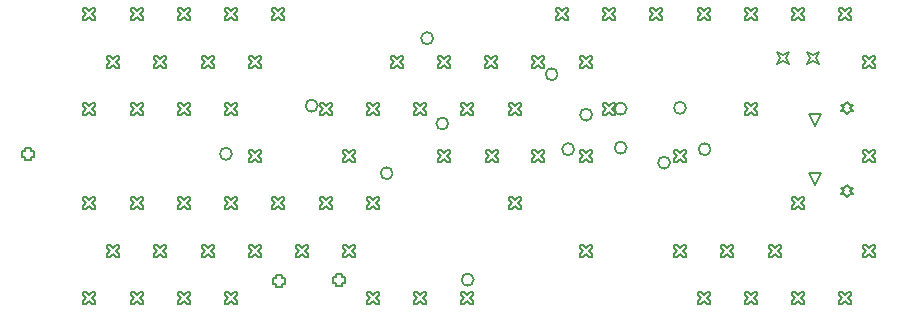
<source format=gbr>
G04*
G04 #@! TF.GenerationSoftware,Altium Limited,Altium Designer,24.6.1 (21)*
G04*
G04 Layer_Color=2752767*
%FSLAX25Y25*%
%MOIN*%
G70*
G04*
G04 #@! TF.SameCoordinates,070BA572-D09E-44C5-9521-77B36399D436*
G04*
G04*
G04 #@! TF.FilePolarity,Positive*
G04*
G01*
G75*
%ADD49C,0.00500*%
%ADD50C,0.00667*%
D49*
X651185Y403842D02*
X649185Y407842D01*
X653185D01*
X651185Y403842D01*
Y384157D02*
X649185Y388158D01*
X653185D01*
X651185Y384157D01*
X661815Y407780D02*
X662815Y408779D01*
X663815D01*
X662815Y409780D01*
X663815Y410779D01*
X662815D01*
X661815Y411779D01*
X660815Y410779D01*
X659815D01*
X660815Y409780D01*
X659815Y408779D01*
X660815D01*
X661815Y407780D01*
Y380221D02*
X662815Y381221D01*
X663815D01*
X662815Y382221D01*
X663815Y383221D01*
X662815D01*
X661815Y384221D01*
X660815Y383221D01*
X659815D01*
X660815Y382221D01*
X659815Y381221D01*
X660815D01*
X661815Y380221D01*
X638500Y424500D02*
X639500Y426500D01*
X638500Y428500D01*
X640500Y427500D01*
X642500Y428500D01*
X641500Y426500D01*
X642500Y424500D01*
X640500Y425500D01*
X638500Y424500D01*
X648500D02*
X649500Y426500D01*
X648500Y428500D01*
X650500Y427500D01*
X652500Y428500D01*
X651500Y426500D01*
X652500Y424500D01*
X650500Y425500D01*
X648500Y424500D01*
X643669Y375953D02*
X644669D01*
X645669Y376953D01*
X646669Y375953D01*
X647669D01*
Y376953D01*
X646669Y377953D01*
X647669Y378953D01*
Y379953D01*
X646669D01*
X645669Y378953D01*
X644669Y379953D01*
X643669D01*
Y378953D01*
X644669Y377953D01*
X643669Y376953D01*
Y375953D01*
X541672Y391701D02*
X542672D01*
X543672Y392701D01*
X544672Y391701D01*
X545672D01*
Y392701D01*
X544672Y393701D01*
X545672Y394701D01*
Y395701D01*
X544672D01*
X543672Y394701D01*
X542672Y395701D01*
X541672D01*
Y394701D01*
X542672Y393701D01*
X541672Y392701D01*
Y391701D01*
X659417Y438945D02*
X660417D01*
X661417Y439945D01*
X662417Y438945D01*
X663417D01*
Y439945D01*
X662417Y440945D01*
X663417Y441945D01*
Y442945D01*
X662417D01*
X661417Y441945D01*
X660417Y442945D01*
X659417D01*
Y441945D01*
X660417Y440945D01*
X659417Y439945D01*
Y438945D01*
X667291Y423197D02*
X668291D01*
X669291Y424197D01*
X670291Y423197D01*
X671291D01*
Y424197D01*
X670291Y425197D01*
X671291Y426197D01*
Y427197D01*
X670291D01*
X669291Y426197D01*
X668291Y427197D01*
X667291D01*
Y426197D01*
X668291Y425197D01*
X667291Y424197D01*
Y423197D01*
Y391701D02*
X668291D01*
X669291Y392701D01*
X670291Y391701D01*
X671291D01*
Y392701D01*
X670291Y393701D01*
X671291Y394701D01*
Y395701D01*
X670291D01*
X669291Y394701D01*
X668291Y395701D01*
X667291D01*
Y394701D01*
X668291Y393701D01*
X667291Y392701D01*
Y391701D01*
Y360205D02*
X668291D01*
X669291Y361205D01*
X670291Y360205D01*
X671291D01*
Y361205D01*
X670291Y362205D01*
X671291Y363205D01*
Y364205D01*
X670291D01*
X669291Y363205D01*
X668291Y364205D01*
X667291D01*
Y363205D01*
X668291Y362205D01*
X667291Y361205D01*
Y360205D01*
X659417Y344457D02*
X660417D01*
X661417Y345457D01*
X662417Y344457D01*
X663417D01*
Y345457D01*
X662417Y346457D01*
X663417Y347457D01*
Y348457D01*
X662417D01*
X661417Y347457D01*
X660417Y348457D01*
X659417D01*
Y347457D01*
X660417Y346457D01*
X659417Y345457D01*
Y344457D01*
X643669Y438945D02*
X644669D01*
X645669Y439945D01*
X646669Y438945D01*
X647669D01*
Y439945D01*
X646669Y440945D01*
X647669Y441945D01*
Y442945D01*
X646669D01*
X645669Y441945D01*
X644669Y442945D01*
X643669D01*
Y441945D01*
X644669Y440945D01*
X643669Y439945D01*
Y438945D01*
Y344457D02*
X644669D01*
X645669Y345457D01*
X646669Y344457D01*
X647669D01*
Y345457D01*
X646669Y346457D01*
X647669Y347457D01*
Y348457D01*
X646669D01*
X645669Y347457D01*
X644669Y348457D01*
X643669D01*
Y347457D01*
X644669Y346457D01*
X643669Y345457D01*
Y344457D01*
X627921Y438945D02*
X628921D01*
X629921Y439945D01*
X630921Y438945D01*
X631921D01*
Y439945D01*
X630921Y440945D01*
X631921Y441945D01*
Y442945D01*
X630921D01*
X629921Y441945D01*
X628921Y442945D01*
X627921D01*
Y441945D01*
X628921Y440945D01*
X627921Y439945D01*
Y438945D01*
Y407449D02*
X628921D01*
X629921Y408449D01*
X630921Y407449D01*
X631921D01*
Y408449D01*
X630921Y409449D01*
X631921Y410449D01*
Y411449D01*
X630921D01*
X629921Y410449D01*
X628921Y411449D01*
X627921D01*
Y410449D01*
X628921Y409449D01*
X627921Y408449D01*
Y407449D01*
X635795Y360205D02*
X636795D01*
X637795Y361205D01*
X638795Y360205D01*
X639795D01*
Y361205D01*
X638795Y362205D01*
X639795Y363205D01*
Y364205D01*
X638795D01*
X637795Y363205D01*
X636795Y364205D01*
X635795D01*
Y363205D01*
X636795Y362205D01*
X635795Y361205D01*
Y360205D01*
X627921Y344457D02*
X628921D01*
X629921Y345457D01*
X630921Y344457D01*
X631921D01*
Y345457D01*
X630921Y346457D01*
X631921Y347457D01*
Y348457D01*
X630921D01*
X629921Y347457D01*
X628921Y348457D01*
X627921D01*
Y347457D01*
X628921Y346457D01*
X627921Y345457D01*
Y344457D01*
X612173Y438945D02*
X613173D01*
X614173Y439945D01*
X615173Y438945D01*
X616173D01*
Y439945D01*
X615173Y440945D01*
X616173Y441945D01*
Y442945D01*
X615173D01*
X614173Y441945D01*
X613173Y442945D01*
X612173D01*
Y441945D01*
X613173Y440945D01*
X612173Y439945D01*
Y438945D01*
X620047Y360205D02*
X621047D01*
X622047Y361205D01*
X623047Y360205D01*
X624047D01*
Y361205D01*
X623047Y362205D01*
X624047Y363205D01*
Y364205D01*
X623047D01*
X622047Y363205D01*
X621047Y364205D01*
X620047D01*
Y363205D01*
X621047Y362205D01*
X620047Y361205D01*
Y360205D01*
X612173Y344457D02*
X613173D01*
X614173Y345457D01*
X615173Y344457D01*
X616173D01*
Y345457D01*
X615173Y346457D01*
X616173Y347457D01*
Y348457D01*
X615173D01*
X614173Y347457D01*
X613173Y348457D01*
X612173D01*
Y347457D01*
X613173Y346457D01*
X612173Y345457D01*
Y344457D01*
X596425Y438945D02*
X597425D01*
X598425Y439945D01*
X599425Y438945D01*
X600425D01*
Y439945D01*
X599425Y440945D01*
X600425Y441945D01*
Y442945D01*
X599425D01*
X598425Y441945D01*
X597425Y442945D01*
X596425D01*
Y441945D01*
X597425Y440945D01*
X596425Y439945D01*
Y438945D01*
X604299Y391701D02*
X605299D01*
X606299Y392701D01*
X607299Y391701D01*
X608299D01*
Y392701D01*
X607299Y393701D01*
X608299Y394701D01*
Y395701D01*
X607299D01*
X606299Y394701D01*
X605299Y395701D01*
X604299D01*
Y394701D01*
X605299Y393701D01*
X604299Y392701D01*
Y391701D01*
Y360205D02*
X605299D01*
X606299Y361205D01*
X607299Y360205D01*
X608299D01*
Y361205D01*
X607299Y362205D01*
X608299Y363205D01*
Y364205D01*
X607299D01*
X606299Y363205D01*
X605299Y364205D01*
X604299D01*
Y363205D01*
X605299Y362205D01*
X604299Y361205D01*
Y360205D01*
X580677Y438945D02*
X581677D01*
X582677Y439945D01*
X583677Y438945D01*
X584677D01*
Y439945D01*
X583677Y440945D01*
X584677Y441945D01*
Y442945D01*
X583677D01*
X582677Y441945D01*
X581677Y442945D01*
X580677D01*
Y441945D01*
X581677Y440945D01*
X580677Y439945D01*
Y438945D01*
Y407449D02*
X581677D01*
X582677Y408449D01*
X583677Y407449D01*
X584677D01*
Y408449D01*
X583677Y409449D01*
X584677Y410449D01*
Y411449D01*
X583677D01*
X582677Y410449D01*
X581677Y411449D01*
X580677D01*
Y410449D01*
X581677Y409449D01*
X580677Y408449D01*
Y407449D01*
X564929Y438945D02*
X565929D01*
X566929Y439945D01*
X567929Y438945D01*
X568929D01*
Y439945D01*
X567929Y440945D01*
X568929Y441945D01*
Y442945D01*
X567929D01*
X566929Y441945D01*
X565929Y442945D01*
X564929D01*
Y441945D01*
X565929Y440945D01*
X564929Y439945D01*
Y438945D01*
X572803Y423197D02*
X573803D01*
X574803Y424197D01*
X575803Y423197D01*
X576803D01*
Y424197D01*
X575803Y425197D01*
X576803Y426197D01*
Y427197D01*
X575803D01*
X574803Y426197D01*
X573803Y427197D01*
X572803D01*
Y426197D01*
X573803Y425197D01*
X572803Y424197D01*
Y423197D01*
Y391701D02*
X573803D01*
X574803Y392701D01*
X575803Y391701D01*
X576803D01*
Y392701D01*
X575803Y393701D01*
X576803Y394701D01*
Y395701D01*
X575803D01*
X574803Y394701D01*
X573803Y395701D01*
X572803D01*
Y394701D01*
X573803Y393701D01*
X572803Y392701D01*
Y391701D01*
Y360205D02*
X573803D01*
X574803Y361205D01*
X575803Y360205D01*
X576803D01*
Y361205D01*
X575803Y362205D01*
X576803Y363205D01*
Y364205D01*
X575803D01*
X574803Y363205D01*
X573803Y364205D01*
X572803D01*
Y363205D01*
X573803Y362205D01*
X572803Y361205D01*
Y360205D01*
X557055Y423197D02*
X558055D01*
X559055Y424197D01*
X560055Y423197D01*
X561055D01*
Y424197D01*
X560055Y425197D01*
X561055Y426197D01*
Y427197D01*
X560055D01*
X559055Y426197D01*
X558055Y427197D01*
X557055D01*
Y426197D01*
X558055Y425197D01*
X557055Y424197D01*
Y423197D01*
X549181Y407449D02*
X550181D01*
X551181Y408449D01*
X552181Y407449D01*
X553181D01*
Y408449D01*
X552181Y409449D01*
X553181Y410449D01*
Y411449D01*
X552181D01*
X551181Y410449D01*
X550181Y411449D01*
X549181D01*
Y410449D01*
X550181Y409449D01*
X549181Y408449D01*
Y407449D01*
X557055Y391701D02*
X558055D01*
X559055Y392701D01*
X560055Y391701D01*
X561055D01*
Y392701D01*
X560055Y393701D01*
X561055Y394701D01*
Y395701D01*
X560055D01*
X559055Y394701D01*
X558055Y395701D01*
X557055D01*
Y394701D01*
X558055Y393701D01*
X557055Y392701D01*
Y391701D01*
X549181Y375953D02*
X550181D01*
X551181Y376953D01*
X552181Y375953D01*
X553181D01*
Y376953D01*
X552181Y377953D01*
X553181Y378953D01*
Y379953D01*
X552181D01*
X551181Y378953D01*
X550181Y379953D01*
X549181D01*
Y378953D01*
X550181Y377953D01*
X549181Y376953D01*
Y375953D01*
X541307Y423197D02*
X542307D01*
X543307Y424197D01*
X544307Y423197D01*
X545307D01*
Y424197D01*
X544307Y425197D01*
X545307Y426197D01*
Y427197D01*
X544307D01*
X543307Y426197D01*
X542307Y427197D01*
X541307D01*
Y426197D01*
X542307Y425197D01*
X541307Y424197D01*
Y423197D01*
X533433Y407449D02*
X534433D01*
X535433Y408449D01*
X536433Y407449D01*
X537433D01*
Y408449D01*
X536433Y409449D01*
X537433Y410449D01*
Y411449D01*
X536433D01*
X535433Y410449D01*
X534433Y411449D01*
X533433D01*
Y410449D01*
X534433Y409449D01*
X533433Y408449D01*
Y407449D01*
Y344457D02*
X534433D01*
X535433Y345457D01*
X536433Y344457D01*
X537433D01*
Y345457D01*
X536433Y346457D01*
X537433Y347457D01*
Y348457D01*
X536433D01*
X535433Y347457D01*
X534433Y348457D01*
X533433D01*
Y347457D01*
X534433Y346457D01*
X533433Y345457D01*
Y344457D01*
X525559Y423197D02*
X526559D01*
X527559Y424197D01*
X528559Y423197D01*
X529559D01*
Y424197D01*
X528559Y425197D01*
X529559Y426197D01*
Y427197D01*
X528559D01*
X527559Y426197D01*
X526559Y427197D01*
X525559D01*
Y426197D01*
X526559Y425197D01*
X525559Y424197D01*
Y423197D01*
X517685Y407449D02*
X518685D01*
X519685Y408449D01*
X520685Y407449D01*
X521685D01*
Y408449D01*
X520685Y409449D01*
X521685Y410449D01*
Y411449D01*
X520685D01*
X519685Y410449D01*
X518685Y411449D01*
X517685D01*
Y410449D01*
X518685Y409449D01*
X517685Y408449D01*
Y407449D01*
X525559Y391701D02*
X526559D01*
X527559Y392701D01*
X528559Y391701D01*
X529559D01*
Y392701D01*
X528559Y393701D01*
X529559Y394701D01*
Y395701D01*
X528559D01*
X527559Y394701D01*
X526559Y395701D01*
X525559D01*
Y394701D01*
X526559Y393701D01*
X525559Y392701D01*
Y391701D01*
X517685Y344457D02*
X518685D01*
X519685Y345457D01*
X520685Y344457D01*
X521685D01*
Y345457D01*
X520685Y346457D01*
X521685Y347457D01*
Y348457D01*
X520685D01*
X519685Y347457D01*
X518685Y348457D01*
X517685D01*
Y347457D01*
X518685Y346457D01*
X517685Y345457D01*
Y344457D01*
X509811Y423197D02*
X510811D01*
X511811Y424197D01*
X512811Y423197D01*
X513811D01*
Y424197D01*
X512811Y425197D01*
X513811Y426197D01*
Y427197D01*
X512811D01*
X511811Y426197D01*
X510811Y427197D01*
X509811D01*
Y426197D01*
X510811Y425197D01*
X509811Y424197D01*
Y423197D01*
X501937Y407449D02*
X502937D01*
X503937Y408449D01*
X504937Y407449D01*
X505937D01*
Y408449D01*
X504937Y409449D01*
X505937Y410449D01*
Y411449D01*
X504937D01*
X503937Y410449D01*
X502937Y411449D01*
X501937D01*
Y410449D01*
X502937Y409449D01*
X501937Y408449D01*
Y407449D01*
Y375953D02*
X502937D01*
X503937Y376953D01*
X504937Y375953D01*
X505937D01*
Y376953D01*
X504937Y377953D01*
X505937Y378953D01*
Y379953D01*
X504937D01*
X503937Y378953D01*
X502937Y379953D01*
X501937D01*
Y378953D01*
X502937Y377953D01*
X501937Y376953D01*
Y375953D01*
Y344457D02*
X502937D01*
X503937Y345457D01*
X504937Y344457D01*
X505937D01*
Y345457D01*
X504937Y346457D01*
X505937Y347457D01*
Y348457D01*
X504937D01*
X503937Y347457D01*
X502937Y348457D01*
X501937D01*
Y347457D01*
X502937Y346457D01*
X501937Y345457D01*
Y344457D01*
X486189Y407449D02*
X487189D01*
X488189Y408449D01*
X489189Y407449D01*
X490189D01*
Y408449D01*
X489189Y409449D01*
X490189Y410449D01*
Y411449D01*
X489189D01*
X488189Y410449D01*
X487189Y411449D01*
X486189D01*
Y410449D01*
X487189Y409449D01*
X486189Y408449D01*
Y407449D01*
X494063Y391701D02*
X495063D01*
X496063Y392701D01*
X497063Y391701D01*
X498063D01*
Y392701D01*
X497063Y393701D01*
X498063Y394701D01*
Y395701D01*
X497063D01*
X496063Y394701D01*
X495063Y395701D01*
X494063D01*
Y394701D01*
X495063Y393701D01*
X494063Y392701D01*
Y391701D01*
X486189Y375953D02*
X487189D01*
X488189Y376953D01*
X489189Y375953D01*
X490189D01*
Y376953D01*
X489189Y377953D01*
X490189Y378953D01*
Y379953D01*
X489189D01*
X488189Y378953D01*
X487189Y379953D01*
X486189D01*
Y378953D01*
X487189Y377953D01*
X486189Y376953D01*
Y375953D01*
X494063Y360205D02*
X495063D01*
X496063Y361205D01*
X497063Y360205D01*
X498063D01*
Y361205D01*
X497063Y362205D01*
X498063Y363205D01*
Y364205D01*
X497063D01*
X496063Y363205D01*
X495063Y364205D01*
X494063D01*
Y363205D01*
X495063Y362205D01*
X494063Y361205D01*
Y360205D01*
X470441Y438945D02*
X471441D01*
X472441Y439945D01*
X473441Y438945D01*
X474441D01*
Y439945D01*
X473441Y440945D01*
X474441Y441945D01*
Y442945D01*
X473441D01*
X472441Y441945D01*
X471441Y442945D01*
X470441D01*
Y441945D01*
X471441Y440945D01*
X470441Y439945D01*
Y438945D01*
Y375953D02*
X471441D01*
X472441Y376953D01*
X473441Y375953D01*
X474441D01*
Y376953D01*
X473441Y377953D01*
X474441Y378953D01*
Y379953D01*
X473441D01*
X472441Y378953D01*
X471441Y379953D01*
X470441D01*
Y378953D01*
X471441Y377953D01*
X470441Y376953D01*
Y375953D01*
X478315Y360205D02*
X479315D01*
X480315Y361205D01*
X481315Y360205D01*
X482315D01*
Y361205D01*
X481315Y362205D01*
X482315Y363205D01*
Y364205D01*
X481315D01*
X480315Y363205D01*
X479315Y364205D01*
X478315D01*
Y363205D01*
X479315Y362205D01*
X478315Y361205D01*
Y360205D01*
X454693Y438945D02*
X455693D01*
X456693Y439945D01*
X457693Y438945D01*
X458693D01*
Y439945D01*
X457693Y440945D01*
X458693Y441945D01*
Y442945D01*
X457693D01*
X456693Y441945D01*
X455693Y442945D01*
X454693D01*
Y441945D01*
X455693Y440945D01*
X454693Y439945D01*
Y438945D01*
X462567Y423197D02*
X463567D01*
X464567Y424197D01*
X465567Y423197D01*
X466567D01*
Y424197D01*
X465567Y425197D01*
X466567Y426197D01*
Y427197D01*
X465567D01*
X464567Y426197D01*
X463567Y427197D01*
X462567D01*
Y426197D01*
X463567Y425197D01*
X462567Y424197D01*
Y423197D01*
X454693Y407449D02*
X455693D01*
X456693Y408449D01*
X457693Y407449D01*
X458693D01*
Y408449D01*
X457693Y409449D01*
X458693Y410449D01*
Y411449D01*
X457693D01*
X456693Y410449D01*
X455693Y411449D01*
X454693D01*
Y410449D01*
X455693Y409449D01*
X454693Y408449D01*
Y407449D01*
X462567Y391701D02*
X463567D01*
X464567Y392701D01*
X465567Y391701D01*
X466567D01*
Y392701D01*
X465567Y393701D01*
X466567Y394701D01*
Y395701D01*
X465567D01*
X464567Y394701D01*
X463567Y395701D01*
X462567D01*
Y394701D01*
X463567Y393701D01*
X462567Y392701D01*
Y391701D01*
X454693Y375953D02*
X455693D01*
X456693Y376953D01*
X457693Y375953D01*
X458693D01*
Y376953D01*
X457693Y377953D01*
X458693Y378953D01*
Y379953D01*
X457693D01*
X456693Y378953D01*
X455693Y379953D01*
X454693D01*
Y378953D01*
X455693Y377953D01*
X454693Y376953D01*
Y375953D01*
X462567Y360205D02*
X463567D01*
X464567Y361205D01*
X465567Y360205D01*
X466567D01*
Y361205D01*
X465567Y362205D01*
X466567Y363205D01*
Y364205D01*
X465567D01*
X464567Y363205D01*
X463567Y364205D01*
X462567D01*
Y363205D01*
X463567Y362205D01*
X462567Y361205D01*
Y360205D01*
X454693Y344457D02*
X455693D01*
X456693Y345457D01*
X457693Y344457D01*
X458693D01*
Y345457D01*
X457693Y346457D01*
X458693Y347457D01*
Y348457D01*
X457693D01*
X456693Y347457D01*
X455693Y348457D01*
X454693D01*
Y347457D01*
X455693Y346457D01*
X454693Y345457D01*
Y344457D01*
X438945Y438945D02*
X439945D01*
X440945Y439945D01*
X441945Y438945D01*
X442945D01*
Y439945D01*
X441945Y440945D01*
X442945Y441945D01*
Y442945D01*
X441945D01*
X440945Y441945D01*
X439945Y442945D01*
X438945D01*
Y441945D01*
X439945Y440945D01*
X438945Y439945D01*
Y438945D01*
X446819Y423197D02*
X447819D01*
X448819Y424197D01*
X449819Y423197D01*
X450819D01*
Y424197D01*
X449819Y425197D01*
X450819Y426197D01*
Y427197D01*
X449819D01*
X448819Y426197D01*
X447819Y427197D01*
X446819D01*
Y426197D01*
X447819Y425197D01*
X446819Y424197D01*
Y423197D01*
X438945Y407449D02*
X439945D01*
X440945Y408449D01*
X441945Y407449D01*
X442945D01*
Y408449D01*
X441945Y409449D01*
X442945Y410449D01*
Y411449D01*
X441945D01*
X440945Y410449D01*
X439945Y411449D01*
X438945D01*
Y410449D01*
X439945Y409449D01*
X438945Y408449D01*
Y407449D01*
Y375953D02*
X439945D01*
X440945Y376953D01*
X441945Y375953D01*
X442945D01*
Y376953D01*
X441945Y377953D01*
X442945Y378953D01*
Y379953D01*
X441945D01*
X440945Y378953D01*
X439945Y379953D01*
X438945D01*
Y378953D01*
X439945Y377953D01*
X438945Y376953D01*
Y375953D01*
X446819Y360205D02*
X447819D01*
X448819Y361205D01*
X449819Y360205D01*
X450819D01*
Y361205D01*
X449819Y362205D01*
X450819Y363205D01*
Y364205D01*
X449819D01*
X448819Y363205D01*
X447819Y364205D01*
X446819D01*
Y363205D01*
X447819Y362205D01*
X446819Y361205D01*
Y360205D01*
X438945Y344457D02*
X439945D01*
X440945Y345457D01*
X441945Y344457D01*
X442945D01*
Y345457D01*
X441945Y346457D01*
X442945Y347457D01*
Y348457D01*
X441945D01*
X440945Y347457D01*
X439945Y348457D01*
X438945D01*
Y347457D01*
X439945Y346457D01*
X438945Y345457D01*
Y344457D01*
X423197Y438945D02*
X424197D01*
X425197Y439945D01*
X426197Y438945D01*
X427197D01*
Y439945D01*
X426197Y440945D01*
X427197Y441945D01*
Y442945D01*
X426197D01*
X425197Y441945D01*
X424197Y442945D01*
X423197D01*
Y441945D01*
X424197Y440945D01*
X423197Y439945D01*
Y438945D01*
X431071Y423197D02*
X432071D01*
X433071Y424197D01*
X434071Y423197D01*
X435071D01*
Y424197D01*
X434071Y425197D01*
X435071Y426197D01*
Y427197D01*
X434071D01*
X433071Y426197D01*
X432071Y427197D01*
X431071D01*
Y426197D01*
X432071Y425197D01*
X431071Y424197D01*
Y423197D01*
X423197Y407449D02*
X424197D01*
X425197Y408449D01*
X426197Y407449D01*
X427197D01*
Y408449D01*
X426197Y409449D01*
X427197Y410449D01*
Y411449D01*
X426197D01*
X425197Y410449D01*
X424197Y411449D01*
X423197D01*
Y410449D01*
X424197Y409449D01*
X423197Y408449D01*
Y407449D01*
Y375953D02*
X424197D01*
X425197Y376953D01*
X426197Y375953D01*
X427197D01*
Y376953D01*
X426197Y377953D01*
X427197Y378953D01*
Y379953D01*
X426197D01*
X425197Y378953D01*
X424197Y379953D01*
X423197D01*
Y378953D01*
X424197Y377953D01*
X423197Y376953D01*
Y375953D01*
X431071Y360205D02*
X432071D01*
X433071Y361205D01*
X434071Y360205D01*
X435071D01*
Y361205D01*
X434071Y362205D01*
X435071Y363205D01*
Y364205D01*
X434071D01*
X433071Y363205D01*
X432071Y364205D01*
X431071D01*
Y363205D01*
X432071Y362205D01*
X431071Y361205D01*
Y360205D01*
X423197Y344457D02*
X424197D01*
X425197Y345457D01*
X426197Y344457D01*
X427197D01*
Y345457D01*
X426197Y346457D01*
X427197Y347457D01*
Y348457D01*
X426197D01*
X425197Y347457D01*
X424197Y348457D01*
X423197D01*
Y347457D01*
X424197Y346457D01*
X423197Y345457D01*
Y344457D01*
X407449Y438945D02*
X408449D01*
X409449Y439945D01*
X410449Y438945D01*
X411449D01*
Y439945D01*
X410449Y440945D01*
X411449Y441945D01*
Y442945D01*
X410449D01*
X409449Y441945D01*
X408449Y442945D01*
X407449D01*
Y441945D01*
X408449Y440945D01*
X407449Y439945D01*
Y438945D01*
X415323Y423197D02*
X416323D01*
X417323Y424197D01*
X418323Y423197D01*
X419323D01*
Y424197D01*
X418323Y425197D01*
X419323Y426197D01*
Y427197D01*
X418323D01*
X417323Y426197D01*
X416323Y427197D01*
X415323D01*
Y426197D01*
X416323Y425197D01*
X415323Y424197D01*
Y423197D01*
X407449Y407449D02*
X408449D01*
X409449Y408449D01*
X410449Y407449D01*
X411449D01*
Y408449D01*
X410449Y409449D01*
X411449Y410449D01*
Y411449D01*
X410449D01*
X409449Y410449D01*
X408449Y411449D01*
X407449D01*
Y410449D01*
X408449Y409449D01*
X407449Y408449D01*
Y407449D01*
Y375953D02*
X408449D01*
X409449Y376953D01*
X410449Y375953D01*
X411449D01*
Y376953D01*
X410449Y377953D01*
X411449Y378953D01*
Y379953D01*
X410449D01*
X409449Y378953D01*
X408449Y379953D01*
X407449D01*
Y378953D01*
X408449Y377953D01*
X407449Y376953D01*
Y375953D01*
X415323Y360205D02*
X416323D01*
X417323Y361205D01*
X418323Y360205D01*
X419323D01*
Y361205D01*
X418323Y362205D01*
X419323Y363205D01*
Y364205D01*
X418323D01*
X417323Y363205D01*
X416323Y364205D01*
X415323D01*
Y363205D01*
X416323Y362205D01*
X415323Y361205D01*
Y360205D01*
X407449Y344457D02*
X408449D01*
X409449Y345457D01*
X410449Y344457D01*
X411449D01*
Y345457D01*
X410449Y346457D01*
X411449Y347457D01*
Y348457D01*
X410449D01*
X409449Y347457D01*
X408449Y348457D01*
X407449D01*
Y347457D01*
X408449Y346457D01*
X407449Y345457D01*
Y344457D01*
X471500Y351000D02*
Y350000D01*
X473500D01*
Y351000D01*
X474500D01*
Y353000D01*
X473500D01*
Y354000D01*
X471500D01*
Y353000D01*
X470500D01*
Y351000D01*
X471500D01*
X491500Y351500D02*
Y350500D01*
X493500D01*
Y351500D01*
X494500D01*
Y353500D01*
X493500D01*
Y354500D01*
X491500D01*
Y353500D01*
X490500D01*
Y351500D01*
X491500D01*
X388000Y393500D02*
Y392500D01*
X390000D01*
Y393500D01*
X391000D01*
Y395500D01*
X390000D01*
Y396500D01*
X388000D01*
Y395500D01*
X387000D01*
Y393500D01*
X388000D01*
D50*
X571000Y396000D02*
G03*
X571000Y396000I-2000J0D01*
G01*
X524000Y433000D02*
G03*
X524000Y433000I-2000J0D01*
G01*
X537500Y352500D02*
G03*
X537500Y352500I-2000J0D01*
G01*
X602987Y391500D02*
G03*
X602987Y391500I-2000J0D01*
G01*
X608280Y409780D02*
G03*
X608280Y409780I-2000J0D01*
G01*
X616500Y396000D02*
G03*
X616500Y396000I-2000J0D01*
G01*
X510500Y388000D02*
G03*
X510500Y388000I-2000J0D01*
G01*
X485500Y410500D02*
G03*
X485500Y410500I-2000J0D01*
G01*
X456941Y394441D02*
G03*
X456941Y394441I-2000J0D01*
G01*
X588500Y409500D02*
G03*
X588500Y409500I-2000J0D01*
G01*
Y396500D02*
G03*
X588500Y396500I-2000J0D01*
G01*
X577000Y407500D02*
G03*
X577000Y407500I-2000J0D01*
G01*
X565500Y421000D02*
G03*
X565500Y421000I-2000J0D01*
G01*
X529059Y404559D02*
G03*
X529059Y404559I-2000J0D01*
G01*
M02*

</source>
